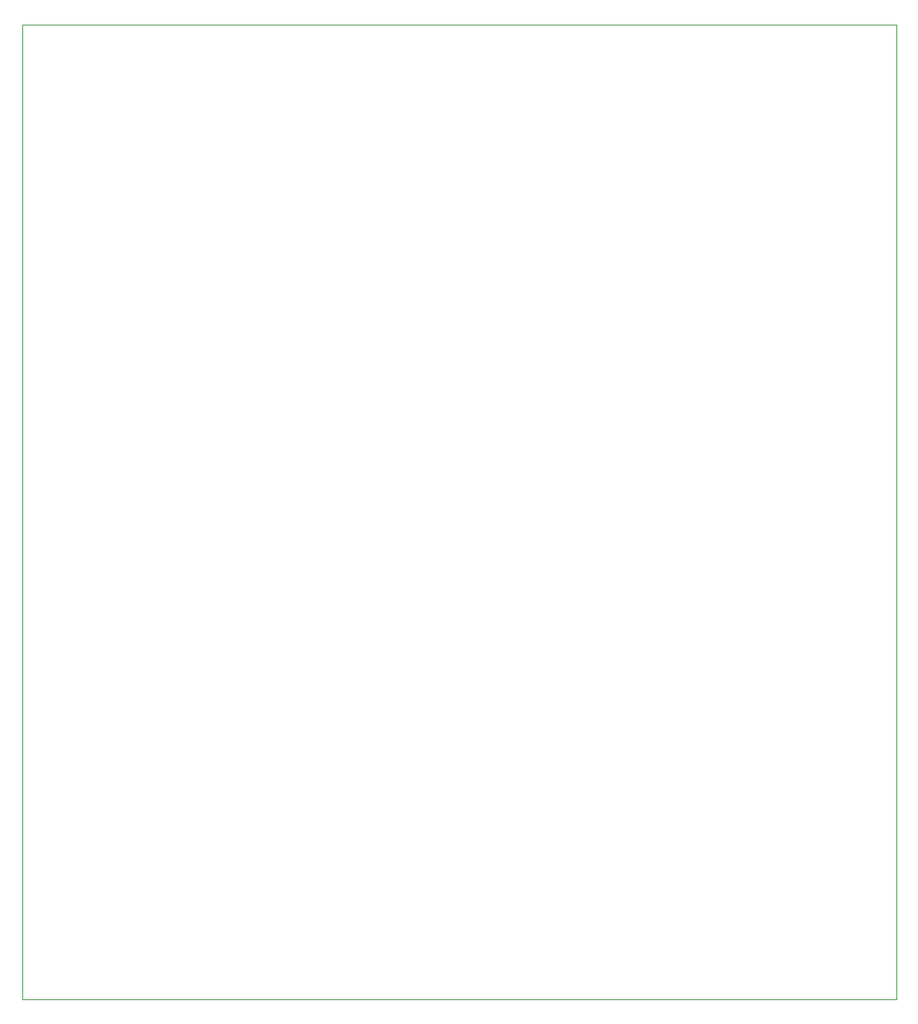
<source format=gm1>
G04 #@! TF.GenerationSoftware,KiCad,Pcbnew,8.0.2*
G04 #@! TF.CreationDate,2024-08-26T09:48:12-06:00*
G04 #@! TF.ProjectId,Perfboard_1_Horizontal,50657266-626f-4617-9264-5f315f486f72,rev?*
G04 #@! TF.SameCoordinates,Original*
G04 #@! TF.FileFunction,Profile,NP*
%FSLAX46Y46*%
G04 Gerber Fmt 4.6, Leading zero omitted, Abs format (unit mm)*
G04 Created by KiCad (PCBNEW 8.0.2) date 2024-08-26 09:48:12*
%MOMM*%
%LPD*%
G01*
G04 APERTURE LIST*
G04 #@! TA.AperFunction,Profile*
%ADD10C,0.050000*%
G04 #@! TD*
G04 #@! TA.AperFunction,Profile*
%ADD11C,0.025400*%
G04 #@! TD*
G04 APERTURE END LIST*
D10*
X100000000Y-137020000D02*
X100000000Y-30000000D01*
X100000000Y-30000000D02*
X196000000Y-30000000D01*
X196000000Y-30000000D02*
X196000000Y-137020000D01*
D11*
X196000000Y-137020000D02*
X100000000Y-137020000D01*
M02*

</source>
